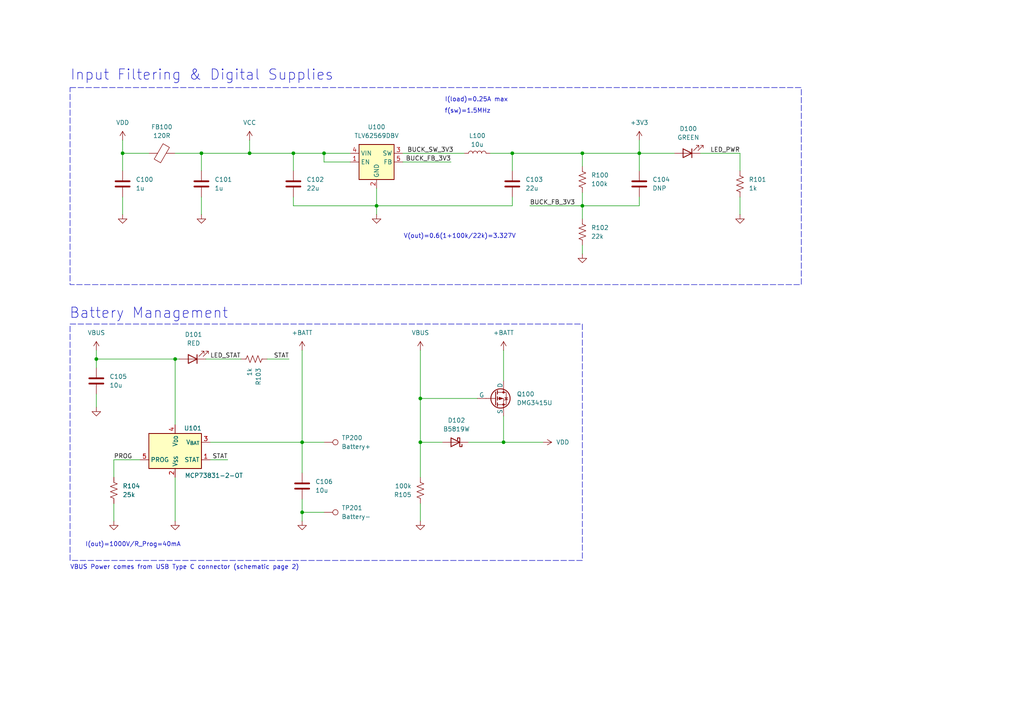
<source format=kicad_sch>
(kicad_sch (version 20231120) (generator "eeschema") (generator_version "8.0")
  (paper "A4")
  (title_block (title "Power") (date "2025-02-02") (rev "C") (company "GlideSense Pro") (comment 1 "Josue Cavazos Jr.") (comment 2 "Andrew Thomas"))
  (lib_symbols
    (symbol "Battery_Management:MCP73831-2-OT"
      (property "Reference" "U" (at -7.62 6.35 0))
      (property "Value" "MCP73831-2-OT" (at 1.27 6.35 0))
      (symbol "MCP73831-2-OT_0_1"
        (rectangle (start -7.62 5.08) (end 7.62 -5.08) (stroke (width 0.254)) (fill (type background)))
      )
      (symbol "MCP73831-2-OT_1_1"
        (pin tri_state line (at 10.16 -2.54 180) (length 2.54) (name "STAT") (number "1"))
        (pin power_in line (at 0 -7.62 90) (length 2.54) (name "V_{SS}") (number "2"))
        (pin power_out line (at 10.16 2.54 180) (length 2.54) (name "V_{BAT}") (number "3"))
        (pin power_in line (at 0 7.62 270) (length 2.54) (name "V_{DD}") (number "4"))
        (pin input line (at -10.16 -2.54 0) (length 2.54) (name "PROG") (number "5"))
      )
    )
    (symbol "Connector:TestPoint" (pin_numbers hide) (pin_names (offset 0.762) hide)
      (property "Reference" "TP" (at 0 6.858 0))
      (property "Value" "TestPoint" (at 0 5.08 0))
      (symbol "TestPoint_0_1"
        (circle (center 0 3.302) (radius 0.762))
      )
      (symbol "TestPoint_1_1"
        (pin passive line (at 0 0 90) (length 2.54) (name "1") (number "1"))
      )
    )
    (symbol "Device:C" (pin_numbers hide) (pin_names (offset 0.254))
      (property "Reference" "C" (at 0.635 2.54 0))
      (property "Value" "C" (at 0.635 -2.54 0))
      (symbol "C_0_1"
        (polyline (pts (xy -2.032 -0.762) (xy 2.032 -0.762)) (stroke (width 0.508)))
        (polyline (pts (xy -2.032 0.762) (xy 2.032 0.762)) (stroke (width 0.508)))
      )
      (symbol "C_1_1"
        (pin passive line (at 0 3.81 270) (length 2.794) (name "~") (number "1"))
        (pin passive line (at 0 -3.81 90) (length 2.794) (name "~") (number "2"))
      )
    )
    (symbol "Device:D_Schottky" (pin_numbers hide) (pin_names (offset 1.016) hide)
      (property "Reference" "D" (at 0 2.54 0))
      (property "Value" "D_Schottky" (at 0 -2.54 0))
      (symbol "D_Schottky_0_1"
        (polyline (pts (xy 1.27 0) (xy -1.27 0)))
        (polyline (pts (xy 1.27 1.27) (xy 1.27 -1.27) (xy -1.27 0) (xy 1.27 1.27)) (stroke (width 0.254)))
        (polyline (pts (xy -1.905 0.635) (xy -1.905 1.27) (xy -1.27 1.27) (xy -1.27 -1.27) (xy -0.635 -1.27) (xy -0.635 -0.635)) (stroke (width 0.254)))
      )
      (symbol "D_Schottky_1_1"
        (pin passive line (at -3.81 0 0) (length 2.54) (name "K") (number "1"))
        (pin passive line (at 3.81 0 180) (length 2.54) (name "A") (number "2"))
      )
    )
    (symbol "Device:FerriteBead" (pin_numbers hide) (pin_names (offset 0))
      (property "Reference" "FB" (at -3.81 0.635 90))
      (property "Value" "FerriteBead" (at 3.81 0 90))
      (symbol "FerriteBead_0_1"
        (polyline (pts (xy 0 -1.27) (xy 0 -1.2192)))
        (polyline (pts (xy 0 1.27) (xy 0 1.2954)))
        (polyline (pts (xy -2.7686 0.4064) (xy -1.7018 2.2606) (xy 2.7686 -0.3048) (xy 1.6764 -2.159) (xy -2.7686 0.4064)))
      )
      (symbol "FerriteBead_1_1"
        (pin passive line (at 0 3.81 270) (length 2.54) (name "~") (number "1"))
        (pin passive line (at 0 -3.81 90) (length 2.54) (name "~") (number "2"))
      )
    )
    (symbol "Device:L" (pin_numbers hide) (pin_names (offset 1.016) hide)
      (property "Reference" "L" (at -1.27 0 90))
      (property "Value" "L" (at 1.905 0 90))
      (symbol "L_0_1"
        (arc (start 0 -2.54) (mid 0.6323 -1.905) (end 0 -1.27))
        (arc (start 0 -1.27) (mid 0.6323 -0.635) (end 0 0))
        (arc (start 0 0) (mid 0.6323 0.635) (end 0 1.27))
        (arc (start 0 1.27) (mid 0.6323 1.905) (end 0 2.54))
      )
      (symbol "L_1_1"
        (pin passive line (at 0 3.81 270) (length 1.27) (name "1") (number "1"))
        (pin passive line (at 0 -3.81 90) (length 1.27) (name "2") (number "2"))
      )
    )
    (symbol "Device:LED" (pin_numbers hide) (pin_names (offset 1.016) hide)
      (property "Reference" "D" (at 0 2.54 0))
      (property "Value" "LED" (at 0 -2.54 0))
      (symbol "LED_0_1"
        (polyline (pts (xy -1.27 -1.27) (xy -1.27 1.27)) (stroke (width 0.254)))
        (polyline (pts (xy -1.27 0) (xy 1.27 0)))
        (polyline (pts (xy 1.27 -1.27) (xy 1.27 1.27) (xy -1.27 0) (xy 1.27 -1.27)) (stroke (width 0.254)))
        (polyline (pts (xy -3.048 -0.762) (xy -4.572 -2.286) (xy -3.81 -2.286) (xy -4.572 -2.286) (xy -4.572 -1.524)))
        (polyline (pts (xy -1.778 -0.762) (xy -3.302 -2.286) (xy -2.54 -2.286) (xy -3.302 -2.286) (xy -3.302 -1.524)))
      )
      (symbol "LED_1_1"
        (pin passive line (at -3.81 0 0) (length 2.54) (name "K") (number "1"))
        (pin passive line (at 3.81 0 180) (length 2.54) (name "A") (number "2"))
      )
    )
    (symbol "Device:R_US" (pin_numbers hide) (pin_names (offset 0))
      (property "Reference" "R" (at 2.54 0 90))
      (property "Value" "R_US" (at -2.54 0 90))
      (symbol "R_US_0_1"
        (polyline (pts (xy 0 -2.286) (xy 0 -2.54)))
        (polyline (pts (xy 0 2.286) (xy 0 2.54)))
        (polyline (pts (xy 0 -0.762) (xy 1.016 -1.143) (xy 0 -1.524) (xy -1.016 -1.905) (xy 0 -2.286)))
        (polyline (pts (xy 0 0.762) (xy 1.016 0.381) (xy 0 0) (xy -1.016 -0.381) (xy 0 -0.762)))
        (polyline (pts (xy 0 2.286) (xy 1.016 1.905) (xy 0 1.524) (xy -1.016 1.143) (xy 0 0.762)))
      )
      (symbol "R_US_1_1"
        (pin passive line (at 0 3.81 270) (length 1.27) (name "~") (number "1"))
        (pin passive line (at 0 -3.81 90) (length 1.27) (name "~") (number "2"))
      )
    )
    (symbol "Regulator_Switching:TLV62569DBV"
      (property "Reference" "U" (at -5.08 6.35 0))
      (property "Value" "TLV62569DBV" (at 0 6.35 0))
      (symbol "TLV62569DBV_0_1"
        (rectangle (start -5.08 5.08) (end 5.08 -5.08) (stroke (width 0.254)) (fill (type background)))
      )
      (symbol "TLV62569DBV_1_1"
        (pin input line (at -7.62 0 0) (length 2.54) (name "EN") (number "1"))
        (pin power_in line (at 0 -7.62 90) (length 2.54) (name "GND") (number "2"))
        (pin power_out line (at 7.62 2.54 180) (length 2.54) (name "SW") (number "3"))
        (pin power_in line (at -7.62 2.54 0) (length 2.54) (name "VIN") (number "4"))
        (pin input line (at 7.62 0 180) (length 2.54) (name "FB") (number "5"))
      )
    )
    (symbol "Simulation_SPICE:PMOS" (pin_numbers hide) (pin_names (offset 0))
      (property "Reference" "Q" (at 5.08 1.27 0))
      (property "Value" "PMOS" (at 5.08 -1.27 0))
      (symbol "PMOS_0_1"
        (polyline (pts (xy 0.254 0) (xy -2.54 0)))
        (polyline (pts (xy 0.254 1.905) (xy 0.254 -1.905)) (stroke (width 0.254)))
        (polyline (pts (xy 0.762 -1.27) (xy 0.762 -2.286)) (stroke (width 0.254)))
        (polyline (pts (xy 0.762 0.508) (xy 0.762 -0.508)) (stroke (width 0.254)))
        (polyline (pts (xy 0.762 2.286) (xy 0.762 1.27)) (stroke (width 0.254)))
        (polyline (pts (xy 2.54 2.54) (xy 2.54 1.778)))
        (polyline (pts (xy 2.54 -2.54) (xy 2.54 0) (xy 0.762 0)))
        (polyline (pts (xy 0.762 1.778) (xy 3.302 1.778) (xy 3.302 -1.778) (xy 0.762 -1.778)))
        (polyline (pts (xy 2.286 0) (xy 1.27 0.381) (xy 1.27 -0.381) (xy 2.286 0)) (fill (type outline)))
        (polyline (pts (xy 2.794 -0.508) (xy 2.921 -0.381) (xy 3.683 -0.381) (xy 3.81 -0.254)))
        (polyline (pts (xy 3.302 -0.381) (xy 2.921 0.254) (xy 3.683 0.254) (xy 3.302 -0.381)))
        (circle (center 1.651 0) (radius 2.794) (stroke (width 0.254)))
        (circle (center 2.54 -1.778) (radius 0.254) (fill (type outline)))
        (circle (center 2.54 1.778) (radius 0.254) (fill (type outline)))
      )
      (symbol "PMOS_1_1"
        (pin passive line (at 2.54 5.08 270) (length 2.54) (name "D") (number "1"))
        (pin input line (at -5.08 0 0) (length 2.54) (name "G") (number "2"))
        (pin passive line (at 2.54 -5.08 90) (length 2.54) (name "S") (number "3"))
      )
    )
    (symbol "power:+3V3" (power) (pin_numbers hide) (pin_names (offset 0) hide)
      (property "Value" "+3V3" (at 0 3.556 0))
      (symbol "+3V3_0_1"
        (polyline (pts (xy -0.762 1.27) (xy 0 2.54)))
        (polyline (pts (xy 0 0) (xy 0 2.54)))
        (polyline (pts (xy 0 2.54) (xy 0.762 1.27)))
      )
      (symbol "+3V3_1_1"
        (pin power_in line (at 0 0 90) (length 0) (name "~") (number "1"))
      )
    )
    (symbol "power:+BATT" (power) (pin_numbers hide) (pin_names (offset 0) hide)
      (property "Value" "+BATT" (at 0 3.556 0))
      (symbol "+BATT_0_1"
        (polyline (pts (xy -0.762 1.27) (xy 0 2.54)))
        (polyline (pts (xy 0 0) (xy 0 2.54)))
        (polyline (pts (xy 0 2.54) (xy 0.762 1.27)))
      )
      (symbol "+BATT_1_1"
        (pin power_in line (at 0 0 90) (length 0) (name "~") (number "1"))
      )
    )
    (symbol "power:GND" (power) (pin_numbers hide) (pin_names (offset 0) hide)
      (property "Value" "GND" (at 0 -3.81 0))
      (symbol "GND_0_1"
        (polyline (pts (xy 0 0) (xy 0 -1.27) (xy 1.27 -1.27) (xy 0 -2.54) (xy -1.27 -1.27) (xy 0 -1.27)))
      )
      (symbol "GND_1_1"
        (pin power_in line (at 0 0 270) (length 0) (name "~") (number "1"))
      )
    )
    (symbol "power:VBUS" (power) (pin_numbers hide) (pin_names (offset 0) hide)
      (property "Value" "VBUS" (at 0 3.556 0))
      (symbol "VBUS_0_1"
        (polyline (pts (xy -0.762 1.27) (xy 0 2.54)))
        (polyline (pts (xy 0 0) (xy 0 2.54)))
        (polyline (pts (xy 0 2.54) (xy 0.762 1.27)))
      )
      (symbol "VBUS_1_1"
        (pin power_in line (at 0 0 90) (length 0) (name "~") (number "1"))
      )
    )
    (symbol "power:VCC" (power) (pin_numbers hide) (pin_names (offset 0) hide)
      (property "Value" "VCC" (at 0 3.556 0))
      (symbol "VCC_0_1"
        (polyline (pts (xy -0.762 1.27) (xy 0 2.54)))
        (polyline (pts (xy 0 0) (xy 0 2.54)))
        (polyline (pts (xy 0 2.54) (xy 0.762 1.27)))
      )
      (symbol "VCC_1_1"
        (pin power_in line (at 0 0 90) (length 0) (name "~") (number "1"))
      )
    )
    (symbol "power:VDD" (power) (pin_numbers hide) (pin_names (offset 0) hide)
      (property "Value" "VDD" (at 0 3.556 0))
      (symbol "VDD_0_1"
        (polyline (pts (xy -0.762 1.27) (xy 0 2.54)))
        (polyline (pts (xy 0 0) (xy 0 2.54)))
        (polyline (pts (xy 0 2.54) (xy 0.762 1.27)))
      )
      (symbol "VDD_1_1"
        (pin power_in line (at 0 0 90) (length 0) (name "~") (number "1"))
      )
    )
  )
  (junction (at 146.05 128.27))
  (junction (at 93.98 44.45))
  (junction (at 87.63 128.27))
  (junction (at 50.8 104.14))
  (junction (at 35.56 44.45))
  (junction (at 185.42 44.45))
  (junction (at 168.91 44.45))
  (junction (at 72.39 44.45))
  (junction (at 121.92 115.57))
  (junction (at 109.22 59.69))
  (junction (at 27.94 104.14))
  (junction (at 87.63 148.59))
  (junction (at 168.91 59.69))
  (junction (at 58.42 44.45))
  (junction (at 148.59 44.45))
  (junction (at 121.92 128.27))
  (junction (at 85.09 44.45))
  (wire (pts (xy 135.89 128.27) (xy 146.05 128.27)))
  (wire (pts (xy 87.63 148.59) (xy 93.98 148.59)))
  (wire (pts (xy 148.59 49.53) (xy 148.59 44.45)))
  (wire (pts (xy 185.42 44.45) (xy 195.58 44.45)))
  (wire (pts (xy 85.09 57.15) (xy 85.09 59.69)))
  (wire (pts (xy 33.02 133.35) (xy 40.64 133.35)))
  (wire (pts (xy 87.63 128.27) (xy 93.98 128.27)))
  (wire (pts (xy 168.91 59.69) (xy 168.91 63.5)))
  (wire (pts (xy 50.8 44.45) (xy 58.42 44.45)))
  (wire (pts (xy 185.42 44.45) (xy 168.91 44.45)))
  (wire (pts (xy 109.22 54.61) (xy 109.22 59.69)))
  (wire (pts (xy 60.96 128.27) (xy 87.63 128.27)))
  (wire (pts (xy 109.22 59.69) (xy 148.59 59.69)))
  (wire (pts (xy 50.8 104.14) (xy 50.8 123.19)))
  (wire (pts (xy 87.63 148.59) (xy 87.63 151.13)))
  (wire (pts (xy 168.91 55.88) (xy 168.91 59.69)))
  (wire (pts (xy 85.09 49.53) (xy 85.09 44.45)))
  (wire (pts (xy 85.09 44.45) (xy 93.98 44.45)))
  (wire (pts (xy 185.42 49.53) (xy 185.42 44.45)))
  (wire (pts (xy 50.8 138.43) (xy 50.8 151.13)))
  (wire (pts (xy 77.47 104.14) (xy 83.82 104.14)))
  (wire (pts (xy 27.94 104.14) (xy 50.8 104.14)))
  (wire (pts (xy 142.24 44.45) (xy 148.59 44.45)))
  (wire (pts (xy 58.42 44.45) (xy 58.42 49.53)))
  (wire (pts (xy 109.22 59.69) (xy 109.22 62.23)))
  (wire (pts (xy 50.8 104.14) (xy 52.07 104.14)))
  (wire (pts (xy 185.42 57.15) (xy 185.42 59.69)))
  (wire (pts (xy 59.69 104.14) (xy 69.85 104.14)))
  (wire (pts (xy 214.63 57.15) (xy 214.63 62.23)))
  (wire (pts (xy 121.92 115.57) (xy 121.92 128.27)))
  (wire (pts (xy 35.56 57.15) (xy 35.56 62.23)))
  (wire (pts (xy 168.91 48.26) (xy 168.91 44.45)))
  (wire (pts (xy 185.42 40.64) (xy 185.42 44.45)))
  (wire (pts (xy 72.39 44.45) (xy 85.09 44.45)))
  (wire (pts (xy 146.05 128.27) (xy 157.48 128.27)))
  (wire (pts (xy 72.39 40.64) (xy 72.39 44.45)))
  (wire (pts (xy 153.67 59.69) (xy 168.91 59.69)))
  (wire (pts (xy 168.91 71.12) (xy 168.91 73.66)))
  (wire (pts (xy 87.63 101.6) (xy 87.63 128.27)))
  (wire (pts (xy 148.59 44.45) (xy 168.91 44.45)))
  (wire (pts (xy 60.96 133.35) (xy 66.04 133.35)))
  (wire (pts (xy 146.05 101.6) (xy 146.05 110.49)))
  (wire (pts (xy 203.2 44.45) (xy 214.63 44.45)))
  (wire (pts (xy 33.02 138.43) (xy 33.02 133.35)))
  (wire (pts (xy 85.09 59.69) (xy 109.22 59.69)))
  (wire (pts (xy 121.92 146.05) (xy 121.92 151.13)))
  (wire (pts (xy 93.98 44.45) (xy 101.6 44.45)))
  (wire (pts (xy 185.42 59.69) (xy 168.91 59.69)))
  (wire (pts (xy 27.94 114.3) (xy 27.94 118.11)))
  (wire (pts (xy 27.94 104.14) (xy 27.94 106.68)))
  (wire (pts (xy 148.59 57.15) (xy 148.59 59.69)))
  (wire (pts (xy 121.92 128.27) (xy 121.92 138.43)))
  (wire (pts (xy 146.05 120.65) (xy 146.05 128.27)))
  (wire (pts (xy 121.92 101.6) (xy 121.92 115.57)))
  (wire (pts (xy 121.92 115.57) (xy 138.43 115.57)))
  (wire (pts (xy 58.42 57.15) (xy 58.42 62.23)))
  (wire (pts (xy 87.63 128.27) (xy 87.63 137.16)))
  (wire (pts (xy 35.56 44.45) (xy 43.18 44.45)))
  (wire (pts (xy 87.63 144.78) (xy 87.63 148.59)))
  (wire (pts (xy 93.98 46.99) (xy 93.98 44.45)))
  (wire (pts (xy 27.94 101.6) (xy 27.94 104.14)))
  (wire (pts (xy 214.63 49.53) (xy 214.63 44.45)))
  (wire (pts (xy 58.42 44.45) (xy 72.39 44.45)))
  (wire (pts (xy 33.02 146.05) (xy 33.02 151.13)))
  (wire (pts (xy 121.92 128.27) (xy 128.27 128.27)))
  (wire (pts (xy 101.6 46.99) (xy 93.98 46.99)))
  (wire (pts (xy 116.84 44.45) (xy 134.62 44.45)))
  (wire (pts (xy 35.56 44.45) (xy 35.56 49.53)))
  (wire (pts (xy 35.56 40.64) (xy 35.56 44.45)))
  (wire (pts (xy 116.84 46.99) (xy 130.81 46.99)))
  (rectangle (start 20.32 25.4) (end 232.41 82.55) (stroke (width 0) (type dash)))
  (rectangle (start 20.32 93.98) (end 168.91 162.56) (stroke (width 0) (type dash)))
  (text "Battery Management" (at 20.066 90.932 0) (effects (font (size 3 3)) (justify left)))
  (text "VBUS Power comes from USB Type C connector (schematic page 2)" (at 20.32 164.592 0) (effects (font (size 1.27 1.27)) (justify left)))
  (text "V(out)=0.6(1+100k/22k)=3.327V" (at 133.35 68.58 0) (effects (font (size 1.27 1.27))))
  (text "Input Filtering & Digital Supplies" (at 20.32 21.844 0) (effects (font (size 3 3)) (justify left)))
  (text "I(load)=0.25A max" (at 138.176 28.956 0) (effects (font (size 1.27 1.27))))
  (text "I(out)=1000V/R_Prog=40mA" (at 38.608 157.988 0) (effects (font (size 1.27 1.27))))
  (text "f(sw)=1.5MHz" (at 135.636 32.258 0) (effects (font (size 1.27 1.27))))
  (label "LED_PWR" (at 214.63 44.45 180))
  (label "STAT" (at 83.82 104.14 180))
  (label "STAT" (at 66.04 133.35 180))
  (label "BUCK_SW_3V3" (at 118.11 44.45 0))
  (label "BUCK_FB_3V3" (at 130.81 46.99 180))
  (label "BUCK_FB_3V3" (at 153.67 59.69 0))
  (label "PROG" (at 33.02 133.35 0))
  (label "LED_STAT" (at 60.96 104.14 0))
  (symbol (lib_id "Device:C") (at 27.94 110.49 0) (unit 1)
    (property "Reference" "C105" (at 31.75 109.2199 0) (effects (justify left)))
    (property "Value" "10u" (at 31.75 111.7599 0) (effects (justify left)))
    (property "Footprint" "Capacitor_SMD:C_0603_1608Metric_Pad1.08x0.95mm_HandSolder" (effects (hide yes)))
    (property "Description" "Unpolarized capacitor" (effects (hide yes)))
  )
  (symbol (lib_id "Device:C") (at 185.42 53.34 0) (unit 1)
    (property "Reference" "C104" (at 189.23 52.0699 0) (effects (justify left)))
    (property "Value" "DNP" (at 189.23 54.6099 0) (effects (justify left)))
    (property "Footprint" "Capacitor_SMD:C_0603_1608Metric_Pad1.08x0.95mm_HandSolder" (effects (hide yes)))
    (property "Description" "Unpolarized capacitor" (effects (hide yes)))
  )
  (symbol (lib_id "Device:C") (at 58.42 53.34 0) (unit 1)
    (property "Reference" "C101" (at 62.23 52.0699 0) (effects (justify left)))
    (property "Value" "1u" (at 62.23 54.6099 0) (effects (justify left)))
    (property "Footprint" "Capacitor_SMD:C_0603_1608Metric_Pad1.08x0.95mm_HandSolder" (effects (hide yes)))
    (property "Description" "Unpolarized capacitor" (effects (hide yes)))
  )
  (symbol (lib_id "Device:R_US") (at 168.91 52.07 0) (unit 1)
    (property "Reference" "R100" (at 171.45 50.7999 0) (effects (justify left)))
    (property "Value" "100k" (at 171.45 53.3399 0) (effects (justify left)))
    (property "Footprint" "Resistor_SMD:R_0603_1608Metric_Pad0.98x0.95mm_HandSolder" (effects (hide yes)))
    (property "Description" "Resistor, US symbol" (effects (hide yes)))
  )
  (symbol (lib_id "Device:FerriteBead") (at 46.99 44.45 90) (unit 1)
    (property "Reference" "FB100" (at 46.9392 36.83 90))
    (property "Value" "120R" (at 46.9392 39.37 90))
    (property "Footprint" "Inductor_SMD:L_0603_1608Metric_Pad1.05x0.95mm_HandSolder" (effects (hide yes)))
    (property "Description" "Ferrite bead" (effects (hide yes)))
  )
  (symbol (lib_id "power:GND") (at 50.8 151.13 0) (unit 1)
    (property "Reference" "#PWR0115" (effects (hide yes)))
    (property "Value" "GND" (effects (hide yes)))
    (property "Description" "Power symbol creates a global label with name \"GND\" , ground" (effects (hide yes)))
  )
  (symbol (lib_id "power:GND") (at 214.63 62.23 0) (unit 1)
    (property "Reference" "#PWR0106" (effects (hide yes)))
    (property "Value" "GND" (effects (hide yes)))
    (property "Description" "Power symbol creates a global label with name \"GND\" , ground" (effects (hide yes)))
  )
  (symbol (lib_id "Device:LED") (at 55.88 104.14 180) (unit 1)
    (property "Reference" "D101" (at 56.134 97.028 0))
    (property "Value" "RED" (at 56.134 99.568 0))
    (property "Footprint" "LED_SMD:LED_0603_1608Metric_Pad1.05x0.95mm_HandSolder" (effects (hide yes)))
    (property "Description" "Light emitting diode" (effects (hide yes)))
  )
  (symbol (lib_id "Device:R_US") (at 214.63 53.34 0) (unit 1)
    (property "Reference" "R101" (at 217.17 52.0699 0) (effects (justify left)))
    (property "Value" "1k" (at 217.17 54.6099 0) (effects (justify left)))
    (property "Footprint" "Resistor_SMD:R_0603_1608Metric_Pad0.98x0.95mm_HandSolder" (effects (hide yes)))
    (property "Description" "Resistor, US symbol" (effects (hide yes)))
  )
  (symbol (lib_id "Regulator_Switching:TLV62569DBV") (at 109.22 46.99 0) (unit 1)
    (property "Reference" "U100" (at 109.22 36.83 0))
    (property "Value" "TLV62569DBV" (at 109.22 39.37 0))
    (property "Footprint" "Package_TO_SOT_SMD:SOT-23-5" (effects (hide yes)))
    (property "Datasheet" "http://www.ti.com/lit/ds/symlink/tlv62569.pdf" (effects (hide yes)))
    (property "Description" "High Efficiency Synchronous Buck Converter, Adjustable Output 0.6V-5.5V, 2A, SOT-23-5" (effects (hide yes)))
  )
  (symbol (lib_id "Device:C") (at 87.63 140.97 0) (unit 1)
    (property "Reference" "C106" (at 91.44 139.6999 0) (effects (justify left)))
    (property "Value" "10u" (at 91.44 142.2399 0) (effects (justify left)))
    (property "Footprint" "Capacitor_SMD:C_0603_1608Metric_Pad1.08x0.95mm_HandSolder" (effects (hide yes)))
    (property "Description" "Unpolarized capacitor" (effects (hide yes)))
  )
  (symbol (lib_id "power:GND") (at 35.56 62.23 0) (unit 1)
    (property "Reference" "#PWR0103" (effects (hide yes)))
    (property "Value" "GND" (effects (hide yes)))
    (property "Description" "Power symbol creates a global label with name \"GND\" , ground" (effects (hide yes)))
  )
  (symbol (lib_id "Device:C") (at 85.09 53.34 0) (unit 1)
    (property "Reference" "C102" (at 88.9 52.0699 0) (effects (justify left)))
    (property "Value" "22u" (at 88.9 54.6099 0) (effects (justify left)))
    (property "Footprint" "Capacitor_SMD:C_0805_2012Metric_Pad1.18x1.45mm_HandSolder" (effects (hide yes)))
    (property "Description" "Unpolarized capacitor" (effects (hide yes)))
  )
  (symbol (lib_id "power:VBUS") (at 27.94 101.6 0) (unit 1)
    (property "Reference" "#PWR0108" (effects (hide yes)))
    (property "Value" "VBUS" (at 27.94 96.52 0))
    (property "Description" "Power symbol creates a global label with name \"VBUS\"" (effects (hide yes)))
  )
  (symbol (lib_id "power:GND") (at 33.02 151.13 0) (unit 1)
    (property "Reference" "#PWR0114" (effects (hide yes)))
    (property "Value" "GND" (effects (hide yes)))
    (property "Description" "Power symbol creates a global label with name \"GND\" , ground" (effects (hide yes)))
  )
  (symbol (lib_id "power:VDD") (at 157.48 128.27 270) (unit 1)
    (property "Reference" "#PWR0113" (effects (hide yes)))
    (property "Value" "VDD" (at 161.29 128.2699 90) (effects (justify left)))
    (property "Description" "Power symbol creates a global label with name \"VDD\"" (effects (hide yes)))
  )
  (symbol (lib_id "Device:R_US") (at 121.92 142.24 180) (unit 1)
    (property "Reference" "R105" (at 119.38 143.5101 0) (effects (justify left)))
    (property "Value" "100k" (at 119.38 140.9701 0) (effects (justify left)))
    (property "Footprint" "Resistor_SMD:R_0603_1608Metric_Pad0.98x0.95mm_HandSolder" (effects (hide yes)))
    (property "Description" "Resistor, US symbol" (effects (hide yes)))
  )
  (symbol (lib_id "power:GND") (at 121.92 151.13 0) (unit 1)
    (property "Reference" "#PWR0117" (effects (hide yes)))
    (property "Value" "GND" (effects (hide yes)))
    (property "Description" "Power symbol creates a global label with name \"GND\" , ground" (effects (hide yes)))
  )
  (symbol (lib_id "power:VDD") (at 35.56 40.64 0) (unit 1)
    (property "Reference" "#PWR0100" (effects (hide yes)))
    (property "Value" "VDD" (at 35.56 35.56 0))
    (property "Description" "Power symbol creates a global label with name \"VDD\"" (effects (hide yes)))
  )
  (symbol (lib_id "power:GND") (at 109.22 62.23 0) (unit 1)
    (property "Reference" "#PWR0105" (effects (hide yes)))
    (property "Value" "GND" (effects (hide yes)))
    (property "Description" "Power symbol creates a global label with name \"GND\" , ground" (effects (hide yes)))
  )
  (symbol (lib_id "power:GND") (at 168.91 73.66 0) (unit 1)
    (property "Reference" "#PWR0107" (effects (hide yes)))
    (property "Value" "GND" (effects (hide yes)))
    (property "Description" "Power symbol creates a global label with name \"GND\" , ground" (effects (hide yes)))
  )
  (symbol (lib_id "Device:LED") (at 199.39 44.45 180) (unit 1)
    (property "Reference" "D100" (at 199.644 37.338 0))
    (property "Value" "GREEN" (at 199.644 39.878 0))
    (property "Footprint" "LED_SMD:LED_0603_1608Metric_Pad1.05x0.95mm_HandSolder" (effects (hide yes)))
    (property "Description" "Light emitting diode" (effects (hide yes)))
  )
  (symbol (lib_id "power:+BATT") (at 87.63 101.6 0) (unit 1)
    (property "Reference" "#PWR0109" (effects (hide yes)))
    (property "Value" "+BATT" (at 87.63 96.52 0))
    (property "Description" "Power symbol creates a global label with name \"+BATT\"" (effects (hide yes)))
  )
  (symbol (lib_id "Device:L") (at 138.43 44.45 90) (unit 1)
    (property "Reference" "L100" (at 138.43 39.37 90))
    (property "Value" "10u" (at 138.43 41.91 90))
    (property "Footprint" "Power Inductor:IND_VLS4015CX-100M-H" (effects (hide yes)))
    (property "Description" "Inductor" (effects (hide yes)))
  )
  (symbol (lib_id "Device:C") (at 35.56 53.34 0) (unit 1)
    (property "Reference" "C100" (at 39.37 52.0699 0) (effects (justify left)))
    (property "Value" "1u" (at 39.37 54.6099 0) (effects (justify left)))
    (property "Footprint" "Capacitor_SMD:C_0603_1608Metric_Pad1.08x0.95mm_HandSolder" (effects (hide yes)))
    (property "Description" "Unpolarized capacitor" (effects (hide yes)))
  )
  (symbol (lib_id "Connector:TestPoint") (at 93.98 128.27 270) (unit 1)
    (property "Reference" "TP200" (at 99.06 126.9999 90) (effects (justify left)))
    (property "Value" "Battery+" (at 99.06 129.5399 90) (effects (justify left)))
    (property "Footprint" "TestPoint:TestPoint_Pad_3.0x3.0mm" (effects (hide yes)))
    (property "Description" "test point" (effects (hide yes)))
  )
  (symbol (lib_id "power:GND") (at 27.94 118.11 0) (unit 1)
    (property "Reference" "#PWR0112" (effects (hide yes)))
    (property "Value" "GND" (effects (hide yes)))
    (property "Description" "Power symbol creates a global label with name \"GND\" , ground" (effects (hide yes)))
  )
  (symbol (lib_id "Device:R_US") (at 168.91 67.31 0) (unit 1)
    (property "Reference" "R102" (at 171.45 66.0399 0) (effects (justify left)))
    (property "Value" "22k" (at 171.45 68.5799 0) (effects (justify left)))
    (property "Footprint" "Resistor_SMD:R_0603_1608Metric_Pad0.98x0.95mm_HandSolder" (effects (hide yes)))
    (property "Description" "Resistor, US symbol" (effects (hide yes)))
  )
  (symbol (lib_id "Simulation_SPICE:PMOS") (at 143.51 115.57 0) (unit 1)
    (property "Reference" "Q100" (at 149.86 114.2999 0) (effects (justify left)))
    (property "Value" "DMG3415U" (at 149.86 116.8399 0) (effects (justify left)))
    (property "Footprint" "Package_TO_SOT_SMD:SOT-23" (effects (hide yes)))
    (property "Datasheet" "https://ngspice.sourceforge.io/docs/ngspice-html-manual/manual.xhtml#cha_MOSFETs" (effects (hide yes)))
    (property "Description" "P-MOSFET transistor, drain/source/gate" (effects (hide yes)))
    (property "Sim.Device" "PMOS" (effects (hide yes)))
    (property "Sim.Type" "VDMOS" (effects (hide yes)))
    (property "Sim.Pins" "1=D 2=G 3=S" (effects (hide yes)))
  )
  (symbol (lib_id "Device:C") (at 148.59 53.34 0) (unit 1)
    (property "Reference" "C103" (at 152.4 52.0699 0) (effects (justify left)))
    (property "Value" "22u" (at 152.4 54.6099 0) (effects (justify left)))
    (property "Footprint" "Capacitor_SMD:C_0805_2012Metric_Pad1.18x1.45mm_HandSolder" (effects (hide yes)))
    (property "Description" "Unpolarized capacitor" (effects (hide yes)))
  )
  (symbol (lib_id "power:VCC") (at 72.39 40.64 0) (unit 1)
    (property "Reference" "#PWR0101" (effects (hide yes)))
    (property "Value" "VCC" (at 72.39 35.56 0))
    (property "Description" "Power symbol creates a global label with name \"VCC\"" (effects (hide yes)))
  )
  (symbol (lib_id "power:GND") (at 58.42 62.23 0) (unit 1)
    (property "Reference" "#PWR0104" (effects (hide yes)))
    (property "Value" "GND" (effects (hide yes)))
    (property "Description" "Power symbol creates a global label with name \"GND\" , ground" (effects (hide yes)))
  )
  (symbol (lib_id "Device:D_Schottky") (at 132.08 128.27 180) (unit 1)
    (property "Reference" "D102" (at 132.3975 121.92 0))
    (property "Value" "B5819W" (at 132.3975 124.46 0))
    (property "Footprint" "Diode_SMD:D_SOD-123" (effects (hide yes)))
    (property "Description" "Schottky diode" (effects (hide yes)))
  )
  (symbol (lib_id "Connector:TestPoint") (at 93.98 148.59 270) (unit 1)
    (property "Reference" "TP201" (at 99.06 147.3199 90) (effects (justify left)))
    (property "Value" "Battery-" (at 99.06 149.8599 90) (effects (justify left)))
    (property "Footprint" "TestPoint:TestPoint_Pad_3.0x3.0mm" (effects (hide yes)))
    (property "Description" "test point" (effects (hide yes)))
  )
  (symbol (lib_id "Device:R_US") (at 73.66 104.14 270) (unit 1)
    (property "Reference" "R103" (at 74.9301 106.68 0) (effects (justify left)))
    (property "Value" "1k" (at 72.3901 106.68 0) (effects (justify left)))
    (property "Footprint" "Resistor_SMD:R_0603_1608Metric_Pad0.98x0.95mm_HandSolder" (effects (hide yes)))
    (property "Description" "Resistor, US symbol" (effects (hide yes)))
  )
  (symbol (lib_id "Battery_Management:MCP73831-2-OT") (at 50.8 130.81 0) (unit 1)
    (property "Reference" "U101" (at 53.34 124.206 0) (effects (justify left)))
    (property "Value" "MCP73831-2-OT" (at 53.594 137.922 0) (effects (justify left)))
    (property "Footprint" "Package_TO_SOT_SMD:SOT-23-5" (effects (hide yes)))
    (property "Datasheet" "http://ww1.microchip.com/downloads/en/DeviceDoc/20001984g.pdf" (effects (hide yes)))
    (property "Description" "Single cell, Li-Ion/Li-Po charge management controller, 4.20V, Tri-State Status Output, in SOT23-5 package" (effects (hide yes)))
  )
  (symbol (lib_id "power:GND") (at 87.63 151.13 0) (unit 1)
    (property "Reference" "#PWR0116" (effects (hide yes)))
    (property "Value" "GND" (effects (hide yes)))
    (property "Description" "Power symbol creates a global label with name \"GND\" , ground" (effects (hide yes)))
  )
  (symbol (lib_id "power:+BATT") (at 146.05 101.6 0) (unit 1)
    (property "Reference" "#PWR0111" (effects (hide yes)))
    (property "Value" "+BATT" (at 146.05 96.52 0))
    (property "Description" "Power symbol creates a global label with name \"+BATT\"" (effects (hide yes)))
  )
  (symbol (lib_id "power:VBUS") (at 121.92 101.6 0) (unit 1)
    (property "Reference" "#PWR0110" (effects (hide yes)))
    (property "Value" "VBUS" (at 121.92 96.52 0))
    (property "Description" "Power symbol creates a global label with name \"VBUS\"" (effects (hide yes)))
  )
  (symbol (lib_id "power:+3V3") (at 185.42 40.64 0) (unit 1)
    (property "Reference" "#PWR0102" (effects (hide yes)))
    (property "Value" "+3V3" (at 185.42 35.56 0))
    (property "Description" "Power symbol creates a global label with name \"+3V3\"" (effects (hide yes)))
  )
  (symbol (lib_id "Device:R_US") (at 33.02 142.24 0) (unit 1)
    (property "Reference" "R104" (at 35.56 140.9699 0) (effects (justify left)))
    (property "Value" "25k" (at 35.56 143.5099 0) (effects (justify left)))
    (property "Footprint" "Resistor_SMD:R_0603_1608Metric_Pad0.98x0.95mm_HandSolder" (effects (hide yes)))
    (property "Description" "Resistor, US symbol" (effects (hide yes)))
  )
)
</source>
